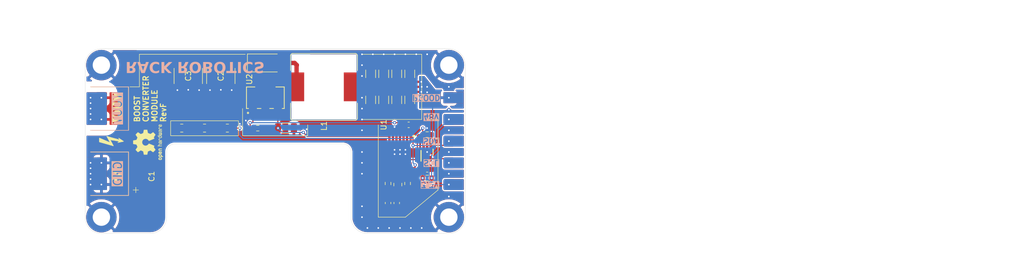
<source format=kicad_pcb>
(kicad_pcb (version 20241229) (generator "pcbnew") (generator_version "9.0")
  (title_block (title "Boost Converter Module") (date "2025-05-21") (rev "F") (company "Rack Robotics, Inc.") (comment 1 "For High-Voltage Phase") (comment 2 "64V-256V Adjustable over I2C") (comment 3 "25W Maximum Power Consumption") (comment 4 "48VDC & 3.3V Required"))
  (layers (0 "F.Cu" signal) (4 "In1.Cu" power) (6 "In2.Cu" power) (2 "B.Cu" signal) (13 "F.Paste" user) (15 "B.Paste" user) (5 "F.SilkS" user "F.Silkscreen") (7 "B.SilkS" user "B.Silkscreen") (1 "F.Mask" user) (3 "B.Mask" user) (25 "Edge.Cuts" user))
  (net 0 "")
  (net 1 "+48V")
  (net 2 "GND")
  (net 3 "+3.3V")
  (net 4 "Net-(U1-VCC)")
  (net 5 "Net-(U1-SS)")
  (net 6 "/V_FEEDBACK")
  (net 7 "/COUT_BOOST")
  (net 8 "/CURRENT_SENSE")
  (net 9 "Net-(C15-Pad1)")
  (net 10 "Net-(U3-H)")
  (net 11 "/COMPENSATION")
  (net 12 "/BOOST_PGOOD")
  (net 13 "Net-(U1-RT)")
  (net 14 "Net-(U3-SCL)")
  (net 15 "Net-(U3-SDA)")
  (net 17 "/BOOST_SWITCH_NET")
  (net 18 "/GATE_NET")
  (net 19 "Net-(R1-Pad2)")
  (net 20 "Net-(R2-Pad2)")
  (footprint "Symbol:OSHW-Logo2_7.3x6mm_SilkScreen" (layer "F.Cu") (at 48.6 54.2 90)
    (property "Reference" "REF**" (hide yes))
    (property "Value" "OSHW-Logo2_7.3x6mm_SilkScreen" (hide yes))
  )
  (footprint "Capacitor_SMD:C_0603_1608Metric" (layer "F.Cu") (at 94.4 65.4 -90)
    (property "Reference" "C16" (hide yes))
    (property "Value" "F")
    (pad "1" smd roundrect (at -0.775 0 270) (size 0.9 0.95) (layers "F.Cu" "F.Mask" "F.Paste") (net 11 "/COMPENSATION"))
    (pad "2" smd roundrect (at 0.775 0 270) (size 0.9 0.95) (layers "F.Cu" "F.Mask" "F.Paste") (net 2 "GND"))
  )
  (footprint "MountingHole:MountingHole_3.2mm_M3_DIN965_Pad_TopBottom" (layer "F.Cu") (at 104 40)
    (property "Reference" "H2" (hide yes))
    (property "Value" "M3_DIN")
    (pad "1" thru_hole circle (at 0 0) (size 3.6 3.6) (drill 3.2) (layers "*.Cu" "*.Mask") (net 2 "GND"))
    (pad "1" connect circle (at 0 0) (size 5.6 5.6) (layers "F.Cu" "F.Mask") (net 2 "GND"))
    (pad "1" connect circle (at 0 0) (size 5.6 5.6) (layers "B.Cu" "B.Mask") (net 2 "GND"))
  )
  (footprint "powercore-development:TestPoint_TestPoint_Pad_2.0x2.0mm_No_Silkscreen" (layer "F.Cu") (at 40 58)
    (property "Reference" "TP7" (hide yes))
    (property "Value" "GND")
    (pad "1" smd roundrect (at 0 0) (size 2 2) (layers "F.Cu" "F.Mask") (roundrect_rratio 0.125) (net 2 "GND"))
  )
  (footprint "Resistor_SMD:R_0805_2012Metric" (layer "F.Cu") (at 54.8 51.6)
    (property "Reference" "R1" (hide yes))
    (property "Value" "200K")
    (pad "1" smd roundrect (at -0.9125 0) (size 1.025 1.4) (layers "F.Cu" "F.Mask" "F.Paste") (roundrect_rratio 0.243902) (net 7 "/COUT_BOOST"))
    (pad "2" smd roundrect (at 0.9125 0) (size 1.025 1.4) (layers "F.Cu" "F.Mask" "F.Paste") (roundrect_rratio 0.243902) (net 19 "Net-(R1-Pad2)"))
  )
  (footprint "powercore-development:TestPoint_TestPoint_Pad_2.0x2.0mm_No_Silkscreen" (layer "F.Cu") (at 40 50)
    (property "Reference" "TP6" (hide yes))
    (property "Value" "VOUT")
    (pad "1" smd roundrect (at 0 0) (size 2 2) (layers "F.Cu" "F.Mask") (roundrect_rratio 0.125) (net 7 "/COUT_BOOST"))
  )
  (footprint "powercore-development:TestPoint_TestPoint_Pad_2.0x2.0mm_No_Silkscreen" (layer "F.Cu") (at 104 62)
    (property "Reference" "TP13" (hide yes))
    (property "Value" "3.3VIN")
    (pad "1" smd roundrect (at 0 0) (size 2 2) (layers "F.Cu" "F.Mask") (roundrect_rratio 0.125) (net 3 "+3.3V"))
  )
  (footprint "Resistor_SMD:R_1206_3216Metric" (layer "F.Cu") (at 74 51.6)
    (property "Reference" "R7" (hide yes))
    (property "Value" "90mR")
    (pad "1" smd roundrect (at -1.4625 0) (size 1.125 1.75) (layers "F.Cu" "F.Mask" "F.Paste") (roundrect_rratio 0.222222) (net 8 "/CURRENT_SENSE"))
    (pad "2" smd roundrect (at 1.4625 0) (size 1.125 1.75) (layers "F.Cu" "F.Mask" "F.Paste") (roundrect_rratio 0.222222) (net 2 "GND"))
  )
  (footprint "Resistor_SMD:R_0603_1608Metric" (layer "F.Cu") (at 68.8 51.6)
    (property "Reference" "R4" (hide yes))
    (property "Value" "100K")
    (pad "1" smd roundrect (at -0.825 0) (size 0.8 0.95) (layers "F.Cu" "F.Mask" "F.Paste") (net 18 "/GATE_NET"))
    (pad "2" smd roundrect (at 0.825 0) (size 0.8 0.95) (layers "F.Cu" "F.Mask" "F.Paste") (net 8 "/CURRENT_SENSE"))
  )
  (footprint "Capacitor_SMD:C_0805_2012Metric" (layer "F.Cu") (at 94.6 62 -90)
    (property "Reference" "C14" (hide yes))
    (property "Value" "33 uF")
    (pad "1" smd roundrect (at -0.95 0 270) (size 1 1.45) (layers "F.Cu" "F.Mask" "F.Paste") (net 5 "Net-(U1-SS)"))
    (pad "2" smd roundrect (at 0.95 0 270) (size 1 1.45) (layers "F.Cu" "F.Mask" "F.Paste") (net 2 "GND"))
  )
  (footprint "Resistor_SMD:R_0603_1608Metric" (layer "F.Cu") (at 96.4 61.8 -90)
    (property "Reference" "R9" (hide yes))
    (property "Value" "49.3")
    (pad "1" smd roundrect (at -0.825 0 270) (size 0.8 0.95) (layers "F.Cu" "F.Mask" "F.Paste") (net 13 "Net-(U1-RT)"))
    (pad "2" smd roundrect (at 0.825 0 270) (size 0.8 0.95) (layers "F.Cu" "F.Mask" "F.Paste") (net 2 "GND"))
  )
  (footprint "powercore-development:SRR1210-681M" (layer "F.Cu") (at 81 44 180)
    (property "Reference" "L1" (at 0 -7.2 270) (layer "F.SilkS"))
    (property "Value" "680 uH")
    (pad "1" smd rect (at -5.05 0 180) (size 2.8 5.3) (layers "F.Cu" "F.Mask" "F.Paste") (net 1 "+48V"))
    (pad "2" smd rect (at 5.05 0 180) (size 2.8 5.3) (layers "F.Cu" "F.Mask" "F.Paste") (net 17 "/BOOST_SWITCH_NET"))
  )
  (footprint "Capacitor_SMD:C_1206_3216Metric" (layer "F.Cu") (at 89.6 41.6 90)
    (property "Reference" "C7" (hide yes))
    (property "Value" "10 uF")
    (pad "1" smd roundrect (at -1.475 0 90) (size 1.15 1.8) (layers "F.Cu" "F.Mask" "F.Paste") (roundrect_rratio 0.217391) (net 1 "+48V"))
    (pad "2" smd roundrect (at 1.475 0 90) (size 1.15 1.8) (layers "F.Cu" "F.Mask" "F.Paste") (roundrect_rratio 0.217391) (net 2 "GND"))
  )
  (footprint "powercore-development:TestPoint_TestPoint_Pad_2.0x2.0mm_No_Silkscreen" (layer "F.Cu") (at 104 54)
    (property "Reference" "TP18" (hide yes))
    (property "Value" "I2C_SDA")
    (pad "1" smd roundrect (at 0 0) (size 2 2) (layers "F.Cu" "F.Mask") (roundrect_rratio 0.125) (net 15 "Net-(U3-SDA)"))
  )
  (footprint "Resistor_SMD:R_0805_2012Metric" (layer "F.Cu") (at 63.2 51.6)
    (property "Reference" "R5" (hide yes))
    (property "Value" "200K")
    (pad "1" smd roundrect (at -0.9125 0) (size 1.025 1.4) (layers "F.Cu" "F.Mask" "F.Paste") (roundrect_rratio 0.243902) (net 20 "Net-(R2-Pad2)"))
    (pad "2" smd roundrect (at 0.9125 0) (size 1.025 1.4) (layers "F.Cu" "F.Mask" "F.Paste") (roundrect_rratio 0.243902) (net 6 "/V_FEEDBACK"))
  )
  (footprint "Capacitor_SMD:C_1206_3216Metric" (layer "F.Cu") (at 94.4 41.6 90)
    (property "Reference" "C5" (hide yes))
    (property "Value" "10 uF")
    (pad "1" smd roundrect (at -1.475 0 90) (size 1.15 1.8) (layers "F.Cu" "F.Mask" "F.Paste") (roundrect_rratio 0.217391) (net 1 "+48V"))
    (pad "2" smd roundrect (at 1.475 0 90) (size 1.15 1.8) (layers "F.Cu" "F.Mask" "F.Paste") (roundrect_rratio 0.217391) (net 2 "GND"))
  )
  (footprint "powercore-development:TestPoint_TestPoint_Pad_2.0x2.0mm_No_Silkscreen" (layer "F.Cu") (at 40 62)
    (property "Reference" "TP10" (hide yes))
    (property "Value" "GND")
    (pad "1" smd roundrect (at 0 0) (size 2 2) (layers "F.Cu" "F.Mask") (roundrect_rratio 0.125) (net 2 "GND"))
  )
  (footprint "Capacitor_SMD:C_1206_3216Metric" (layer "F.Cu") (at 96.8 41.6 90)
    (property "Reference" "C8" (hide yes))
    (property "Value" "10 uF")
    (pad "1" smd roundrect (at -1.475 0 90) (size 1.15 1.8) (layers "F.Cu" "F.Mask" "F.Paste") (roundrect_rratio 0.217391) (net 1 "+48V"))
    (pad "2" smd roundrect (at 1.475 0 90) (size 1.15 1.8) (layers "F.Cu" "F.Mask" "F.Paste") (roundrect_rratio 0.217391) (net 2 "GND"))
  )
  (footprint "Resistor_SMD:R_0603_1608Metric" (layer "F.Cu") (at 100 52.8 180)
    (property "Reference" "R6" (hide yes))
    (property "Value" "2.2K")
    (pad "1" smd roundrect (at -0.825 0 180) (size 0.8 0.95) (layers "F.Cu" "F.Mask" "F.Paste") (net 10 "Net-(U3-H)"))
    (pad "2" smd roundrect (at 0.825 0 180) (size 0.8 0.95) (layers "F.Cu" "F.Mask" "F.Paste") (net 6 "/V_FEEDBACK"))
  )
  (footprint "Resistor_SMD:R_0603_1608Metric" (layer "F.Cu") (at 92.8 61.8 -90)
    (property "Reference" "R8" (hide yes))
    (property "Value" "15K")
    (pad "1" smd roundrect (at -0.825 0 270) (size 0.8 0.95) (layers "F.Cu" "F.Mask" "F.Paste") (net 11 "/COMPENSATION"))
    (pad "2" smd roundrect (at 0.825 0 270) (size 0.8 0.95) (layers "F.Cu" "F.Mask" "F.Paste") (net 9 "Net-(C15-Pad1)"))
  )
  (footprint "Capacitor_SMD:C_1206_3216Metric" (layer "F.Cu") (at 96.8 46.4 -90)
    (property "Reference" "C4" (hide yes))
    (property "Value" "10 uF")
    (pad "1" smd roundrect (at -1.475 0 270) (size 1.15 1.8) (layers "F.Cu" "F.Mask" "F.Paste") (roundrect_rratio 0.217391) (net 1 "+48V"))
    (pad "2" smd roundrect (at 1.475 0 270) (size 1.15 1.8) (layers "F.Cu" "F.Mask" "F.Paste") (roundrect_rratio 0.217391) (net 2 "GND"))
  )
  (footprint "powercore-development:TPL0401B-10DCKR" (layer "F.Cu") (at 100 56 90)
    (property "Reference" "U3" (hide yes))
    (property "Value" "TPL0401B-10DCKR")
    (pad "1" smd rect (at -1.224999 -0.650001 180) (size 0.449999 1.05) (layers "F.Cu" "F.Mask" "F.Paste") (net 3 "+3.3V"))
    (pad "2" smd rect (at -1.224999 0 180) (size 0.449999 1.05) (layers "F.Cu" "F.Mask" "F.Paste") (net 2 "GND"))
    (pad "3" smd rect (at -1.224999 0.649999 180) (size 0.449999 1.05) (layers "F.Cu" "F.Mask" "F.Paste") (net 14 "Net-(U3-SCL)"))
    (pad "4" smd rect (at 1.225001 0.649999 180) (size 0.449999 1.05) (layers "F.Cu" "F.Mask" "F.Paste") (net 15 "Net-(U3-SDA)"))
    (pad "5" smd rect (at 1.225001 0 180) (size 0.449999 1.05) (layers "F.Cu" "F.Mask" "F.Paste") (net 2 "GND"))
    (pad "6" smd rect (at 1.225001 -0.650001 180) (size 0.449999 1.05) (layers "F.Cu" "F.Mask" "F.Paste") (net 10 "Net-(U3-H)"))
  )
  (footprint "Capacitor_SMD:C_2220_5750Metric" (layer "F.Cu") (at 62 42 -90)
    (property "Reference" "C2" (at 0 0 270) (layer "F.SilkS"))
    (property "Value" "2.2 uF")
    (pad "1" smd roundrect (at -2.55 0 270) (size 1.8 5.4) (layers "F.Cu" "F.Mask" "F.Paste") (roundrect_rratio 0.138889) (net 7 "/COUT_BOOST"))
    (pad "2" smd roundrect (at 2.55 0 270) (size 1.8 5.4) (layers "F.Cu" "F.Mask" "F.Paste") (roundrect_rratio 0.138889) (net 2 "GND"))
  )
  (footprint "Capacitor_SMD:C_0603_1608Metric" (layer "F.Cu") (at 96.6 51)
    (property "Reference" "C12" (hide yes))
    (property "Value" "1 uF")
    (pad "1" smd roundrect (at -0.775 0) (size 0.9 0.95) (layers "F.Cu" "F.Mask" "F.Paste") (net 4 "Net-(U1-VCC)"))
    (pad "2" smd roundrect (at 0.775 0) (size 0.9 0.95) (layers "F.Cu" "F.Mask" "F.Paste") (net 2 "GND"))
  )
  (footprint "powercore-development:TestPoint_TestPoint_Pad_2.0x2.0mm_No_Silkscreen" (layer "F.Cu") (at 104 58)
    (property "Reference" "TP15" (hide yes))
    (property "Value" "I2C_SCL")
    (pad "1" smd roundrect (at 0 0) (size 2 2) (layers "F.Cu" "F.Mask") (roundrect_rratio 0.125) (net 14 "Net-(U3-SCL)"))
  )
  (footprint "powercore-development:lm5156h" (layer "F.Cu") (at 95 56 -90)
    (property "Reference" "U1" (at -5 3 90) (layer "F.SilkS"))
    (property "Value" "LM5156HPWPR")
    (pad "1" smd rect (at -2.875384 -1.950001 270) (size 1.955432 0.420766) (layers "F.Cu" "F.Mask" "F.Paste") (net 1 "+48V"))
    (pad "2" smd rect (at -2.875384 -1.3 270) (size 1.955432 0.420766) (layers "F.Cu" "F.Mask" "F.Paste"))
    (pad "3" smd rect (at -2.875384 -0.650001 270) (size 1.955432 0.420766) (layers "F.Cu" "F.Mask" "F.Paste") (net 4 "Net-(U1-VCC)"))
    (pad "4" smd rect (at -2.875384 0 270) (size 1.955432 0.420766) (layers "F.Cu" "F.Mask" "F.Paste") (net 18 "/GATE_NET"))
    (pad "5" smd rect (at -2.875384 0.650001 270) (size 1.955432 0.420766) (layers "F.Cu" "F.Mask" "F.Paste") (net 2 "GND"))
    (pad "6" smd rect (at -2.875384 1.3 270) (size 1.955432 0.420766) (layers "F.Cu" "F.Mask" "F.Paste") (net 2 "GND"))
    (pad "7" smd rect (at -2.875384 1.950001 270) (size 1.955432 0.420766) (layers "F.Cu" "F.Mask" "F.Paste") (net 8 "/CURRENT_SENSE"))
    (pad "8" smd rect (at 2.875384 1.950001 270) (size 1.955432 0.420766) (layers "F.Cu" "F.Mask" "F.Paste") (net 11 "/COMPENSATION"))
    (pad "9" smd rect (at 2.875384 1.3 270) (size 1.955432 0.420766) (layers "F.Cu" "F.Mask" "F.Paste") (net 2 "GND"))
    (pad "10" smd rect (at 2.875384 0.650001 270) (size 1.955432 0.420766) (layers "F.Cu" "F.Mask" "F.Paste") (net 6 "/V_FEEDBACK"))
    (pad "11" smd rect (at 2.875384 0 270) (size 1.955432 0.420766) (layers "F.Cu" "F.Mask" "F.Paste") (net 5 "Net-(U1-SS)"))
    (pad "12" smd rect (at 2.875384 -0.650001 270) (size 1.955432 0.420766) (layers "F.Cu" "F.Mask" "F.Paste") (net 13 "Net-(U1-RT)"))
    (pad "13" smd rect (at 2.875384 -1.3 270) (size 1.955432 0.420766) (layers "F.Cu" "F.Mask" "F.Paste") (net 12 "/BOOST_PGOOD"))
    (pad "14" smd rect (at 2.875384 -1.950001 270) (size 1.955432 0.420766) (layers "F.Cu" "F.Mask" "F.Paste") (net 1 "+48V"))
    (pad "15" smd rect (at 0 0 270) (size 1.819999 2.859999) (layers "F.Cu" "F.Mask") (net 2 "GND"))
  )
  (footprint "Capacitor_SMD:C_0603_1608Metric" (layer "F.Cu") (at 92.8 65.4 -90)
    (property "Reference" "C15" (hide yes))
    (property "Value" "39nF")
    (pad "1" smd roundrect (at -0.775 0 270) (size 0.9 0.95) (layers "F.Cu" "F.Mask" "F.Paste") (net 9 "Net-(C15-Pad1)"))
    (pad "2" smd roundrect (at 0.775 0 270) (size 0.9 0.95) (layers "F.Cu" "F.Mask" "F.Paste") (net 2 "GND"))
  )
  (footprint "powercore-development:STN3N40K3" (layer "F.Cu") (at 70.2 46)
    (property "Reference" "U2" (at -2.95 -3.4 90) (layer "F.SilkS"))
    (property "Value" "STN3N40K3")
    (pad "1" smd rect (at -2.3 2.7432) (size 0.9398 2.5146) (layers "F.Cu" "F.Mask" "F.Paste") (net 18 "/GATE_NET"))
    (pad "2" smd rect (at 0 2.7432) (size 0.9398 2.5146) (layers "F.Cu" "F.Mask" "F.Paste") (net 17 "/BOOST_SWITCH_NET"))
    (pad "3" smd rect (at 2.3 2.7432) (size 0.9398 2.5146) (layers "F.Cu" "F.Mask" "F.Paste") (net 8 "/CURRENT_SENSE"))
    (pad "4" smd rect (at 0 -2.7432) (size 3.2004 2.5146) (layers "F.Cu" "F.Mask" "F.Paste") (net 17 "/BOOST_SWITCH_NET"))
  )
  (footprint "Capacitor_SMD:C_1206_3216Metric" (layer "F.Cu") (at 92 46.4 -90)
    (property "Reference" "C10" (hide yes))
    (property "Value" "10 uF")
    (pad "1" smd roundrect (at -1.475 0 270) (size 1.15 1.8) (layers "F.Cu" "F.Mask" "F.Paste") (roundrect_rratio 0.217391) (net 1 "+48V"))
    (pad "2" smd roundrect (at 1.475 0 270) (size 1.15 1.8) (layers "F.Cu" "F.Mask" "F.Paste") (roundrect_rratio 0.217391) (net 2 "GND"))
  )
  (footprint "Capacitor_SMD:C_2220_5750Metric" (layer "F.Cu") (at 56 42 -90)
    (property "Reference" "C3" (at 0 0 270) (layer "F.SilkS"))
    (property "Value" "2.2 uF")
    (pad "1" smd roundrect (at -2.55 0 270) (size 1.8 5.4) (layers "F.Cu" "F.Mask" "F.Paste") (roundrect_rratio 0.138889) (net 7 "/COUT_BOOST"))
    (pad "2" smd roundrect (at 2.55 0 270) (size 1.8 5.4) (layers "F.Cu" "F.Mask" "F.Paste") (roundrect_rratio 0.138889) (net 2 "GND"))
  )
  (footprint "Resistor_SMD:R_0805_2012Metric" (layer "F.Cu") (at 59 51.6)
    (property "Reference" "R2" (hide yes))
    (property "Value" "200K")
    (pad "1" smd roundrect (at -0.9125 0) (size 1.025 1.4) (layers "F.Cu" "F.Mask" "F.Paste") (roundrect_rratio 0.243902) (net 19 "Net-(R1-Pad2)"))
    (pad "2" smd roundrect (at 0.9125 0) (size 1.025 1.4) (layers "F.Cu" "F.Mask" "F.Paste") (roundrect_rratio 0.243902) (net 20 "Net-(R2-Pad2)"))
  )
  (footprint "MountingHole:MountingHole_3.2mm_M3_DIN965_Pad_TopBottom" (layer "F.Cu") (at 40 40)
    (property "Reference" "H4" (hide yes))
    (property "Value" "M3_DIN")
    (pad "1" thru_hole circle (at 0 0) (size 3.6 3.6) (drill 3.2) (layers "*.Cu" "*.Mask") (net 2 "GND"))
    (pad "1" connect circle (at 0 0) (size 5.6 5.6) (layers "F.Cu" "F.Mask") (net 2 "GND"))
    (pad "1" connect circle (at 0 0) (size 5.6 5.6) (layers "B.Cu" "B.Mask") (net 2 "GND"))
  )
  (footprint "Capacitor_SMD:C_1206_3216Metric" (layer "F.Cu") (at 94.4 46.4 -90)
    (property "Reference" "C11" (hide yes))
    (property "Value" "10 uF")
    (pad "1" smd roundrect (at -1.475 0 270) (size 1.15 1.8) (layers "F.Cu" "F.Mask" "F.Paste") (roundrect_rratio 0.217391) (net 1 "+48V"))
    (pad "2" smd roundrect (at 1.475 0 270) (size 1.15 1.8) (layers "F.Cu" "F.Mask" "F.Paste") (roundrect_rratio 0.217391) (net 2 "GND"))
  )
  (footprint "powercore-development:TestPoint_TestPoint_Pad_2.0x2.0mm_No_Silkscreen" (layer "F.Cu") (at 104 46)
    (property "Reference" "TP1" (hide yes))
    (property "Value" "48V")
    (pad "1" smd roundrect (at 0 0) (size 2 2) (layers "F.Cu" "F.Mask") (roundrect_rratio 0.125) (net 1 "+48V"))
  )
  (footprint "MountingHole:MountingHole_3.2mm_M3_DIN965_Pad_TopBottom" (layer "F.Cu") (at 104 68)
    (property "Reference" "H3" (hide yes))
    (property "Value" "M3_DIN")
    (pad "1" thru_hole circle (at 0 0) (size 3.6 3.6) (drill 3.2) (layers "*.Cu" "*.Mask") (net 2 "GND"))
    (pad "1" connect circle (at 0 0) (size 5.6 5.6) (layers "F.Cu" "F.Mask") (net 2 "GND"))
    (pad "1" connect circle (at 0 0) (size 5.6 5.6) (layers "B.Cu" "B.Mask") (net 2 "GND"))
  )
  (footprint "Capacitor_SMD:C_1206_3216Metric" (layer "F.Cu") (at 92 41.6 90)
    (property "Reference" "C6" (hide yes))
    (property "Value" "10 uF")
    (pad "1" smd roundrect (at -1.475 0 90) (size 1.15 1.8) (layers "F.Cu" "F.Mask" "F.Paste") (roundrect_rratio 0.217391) (net 1 "+48V"))
    (pad "2" smd roundrect (at 1.475 0 90) (size 1.15 1.8) (layers "F.Cu" "F.Mask" "F.Paste") (roundrect_rratio 0.217391) (net 2 "GND"))
  )
  (footprint "powercore-development:TestPoint_TestPoint_Pad_2.0x2.0mm_No_Silkscreen" (layer "F.Cu") (at 40 46)
    (property "Reference" "TP2" (hide yes))
    (property "Value" "VOUT")
    (pad "1" smd roundrect (at 0 0) (size 2 2) (layers "F.Cu" "F.Mask") (roundrect_rratio 0.125) (net 7 "/COUT_BOOST"))
  )
  (footprint "Capacitor_SMD:C_0603_1608Metric" (layer "F.Cu") (at 100 59.2)
    (property "Reference" "C13" (hide yes))
    (property "Value" "1 uF")
    (pad "1" smd roundrect (at -0.775 0) (size 0.9 0.95) (layers "F.Cu" "F.Mask" "F.Paste") (net 3 "+3.3V"))
    (pad "2" smd roundrect (at 0.775 0) (size 0.9 0.95) (layers "F.Cu" "F.Mask" "F.Paste") (net 2 "GND"))
  )
  (footprint "powercore-development:TestPoint_TestPoint_Pad_2.0x2.0mm_No_Silkscreen" (layer "F.Cu") (at 104 50)
    (property "Reference" "TP11" (hide yes))
    (property "Value" "BOOST_PGOOD")
    (pad "1" smd roundrect (at 0 0) (size 2 2) (layers "F.Cu" "F.Mask") (roundrect_rratio 0.125) (net 12 "/BOOST_PGOOD"))
  )
  (footprint "Resistor_SMD:R_0603_1608Metric" (layer "F.Cu") (at 100 60.8)
    (property "Reference" "R3" (hide yes))
    (property "Value" "2.2K")
    (pad "1" smd roundrect (at -0.825 0) (size 0.8 0.95) (layers "F.Cu" "F.Mask" "F.Paste") (net 3 "+3.3V"))
    (pad "2" smd roundrect (at 0.825 0) (size 0.8 0.95) (layers "F.Cu" "F.Mask" "F.Paste") (net 12 "/BOOST_PGOOD"))
  )
  (footprint "powercore-development:226TTA350M" (layer "F.Cu") (at 49.34 63)
    (property "Reference" "C1" (at -0.09 -2.5 90) (layer "F.SilkS"))
    (property "Value" "22UF")
    (pad "1" smd rect (at 0 0) (size 4 2) (layers "F.Cu" "F.Mask" "F.Paste") (net 7 "/COUT_BOOST"))
    (pad "2" smd rect (at 39 0) (size 4 2) (layers "F.Cu" "F.Mask" "F.Paste") (net 2 "GND"))
  )
  (footprint "MountingHole:MountingHole_3.2mm_M3_DIN965_Pad_TopBottom" (layer "F.Cu") (at 40 68)
    (property "Reference" "H1" (hide yes))
    (property "Value" "M3_DIN")
    (pad "1" thru_hole circle (at 0 0) (size 3.6 3.6) (drill 3.2) (layers "*.Cu" "*.Mask") (net 2 "GND"))
    (pad "1" connect circle (at 0 0) (size 5.6 5.6) (layers "F.Cu" "F.Mask") (net 2 "GND"))
    (pad "1" connect circle (at 0 0) (size 5.6 5.6) (layers "B.Cu" "B.Mask") (net 2 "GND"))
  )
  (footprint "powercore-development:Symbol_HighVoltage_NoTriangle_2x5mm_Front_Silkscreen" (layer "F.Cu") (at 42 53.75 90)
    (property "Reference" "REF**" (hide yes))
    (property "Value" "Symbol_HighVoltage_NoTriangle_2x5mm_Front_Silkscreen" (hide yes))
  )
  (footprint "Diode_SMD:D_SMA" (layer "F.Cu") (at 70.4 39.6)
    (property "Reference" "D1" (hide yes))
    (property "Value" "US1M-13-F")
    (pad "1" smd roundrect (at -2 0) (size 2.5 1.8) (layers "F.Cu" "F.Mask" "F.Paste") (roundrect_rratio 0.1388888889) (net 7 "/COUT_BOOST"))
    (pad "2" smd roundrect (at 2 0) (size 2.5 1.8) (layers "F.Cu" "F.Mask" "F.Paste") (roundrect_rratio 0.1388888889) (net 17 "/BOOST_SWITCH_NET"))
  )
  (footprint "Capacitor_SMD:C_1206_3216Metric" (layer "F.Cu") (at 89.6 46.4 -90)
    (property "Reference" "C9" (hide yes))
    (property "Value" "10 uF")
    (pad "1" smd roundrect (at -1.475 0 270) (size 1.15 1.8) (layers "F.Cu" "F.Mask" "F.Paste") (roundrect_rratio 0.217391) (net 1 "+48V"))
    (pad "2" smd roundrect (at 1.475 0 270) (size 1.15 1.8) (layers "F.Cu" "F.Mask" "F.Paste") (roundrect_rratio 0.217391) (net 2 "GND"))
  )
  (footprint "powercore-development:TestPoint_TestPoint_Pad_2.0x2.0mm_No_Silkscreen" (layer "B.Cu") (at 104 50 180)
    (property "Reference" "TP12" (hide yes))
    (property "Value" "BOOST_PGOOD")
    (pad "1" smd roundrect (at 0 0 180) (size 2 2) (layers "B.Cu" "B.Mask") (roundrect_rratio 0.125) (net 12 "/BOOST_PGOOD"))
  )
  (footprint "powercore-development:TestPoint_TestPoint_Pad_2.0x2.0mm_No_Silkscreen" (layer "B.Cu") (at 104 58 180)
    (property "Reference" "TP16" (hide yes))
    (property "Value" "I2C_SCL")
    (pad "1" smd roundrect (at 0 0 180) (size 2 2) (layers "B.Cu" "B.Mask") (roundrect_rratio 0.125) (net 14 "Net-(U3-SCL)"))
  )
  (footprint "powercore-development:TestPoint_TestPoint_Pad_2.0x2.0mm_No_Silkscreen" (layer "B.Cu") (at 104 54)
    (property "Reference" "TP17" (hide yes))
    (property "Value" "I2C_SDA")
    (pad "1" smd roundrect (at 0 0) (size 2 2) (layers "B.Cu" "B.Mask") (roundrect_rratio 0.125) (net 15 "Net-(U3-SDA)"))
  )
  (footprint "powercore-development:TestPoint_TestPoint_Pad_2.0x2.0mm_No_Silkscreen" (layer "B.Cu") (at 40 62)
    (property "Reference" "TP9" (hide yes))
    (property "Value" "GND")
    (pad "1" smd roundrect (at 0 0) (size 2 2) (layers "B.Cu" "B.Mask") (roundrect_rratio 0.125) (net 2 "GND"))
  )
  (footprint "powercore-development:TestPoint_TestPoint_Pad_2.0x2.0mm_No_Silkscreen" (layer "B.Cu") (at 40 46 180)
    (property "Reference" "TP4" (hide yes))
    (property "Value" "VOUT")
    (pad "1" smd roundrect (at 0 0 180) (size 2 2) (layers "B.Cu" "B.Mask") (roundrect_rratio 0.125) (net 7 "/COUT_BOOST"))
  )
  (footprint "powercore-development:TestPoint_TestPoint_Pad_2.0x2.0mm_No_Silkscreen" (layer "B.Cu") (at 104 62 180)
    (property "Reference" "TP14" (hide yes))
    (property "Value" "3.3VIN")
    (pad "1" smd roundrect (at 0 0 180) (size 2 2) (layers "B.Cu" "B.Mask") (roundrect_rratio 0.125) (net 3 "+3.3V"))
  )
  (footprint "powercore-development:TestPoint_TestPoint_Pad_2.0x2.0mm_No_Silkscreen" (layer "B.Cu") (at 40 58 180)
    (property "Reference" "TP8" (hide yes))
    (property "Value" "GND")
    (pad "1" smd roundrect (at 0 0 180) (size 2 2) (layers "B.Cu" "B.Mask") (roundrect_rratio 0.125) (net 2 "GND"))
  )
  (footprint "powercore-development:TestPoint_TestPoint_Pad_2.0x2.0mm_No_Silkscreen" (layer "B.Cu") (at 104 46 180)
    (property "Reference" "TP3" (hide yes))
    (property "Value" "48V")
    (pad "1" smd roundrect (at 0 0 180) (size 2 2) (layers "B.Cu" "B.Mask") (roundrect_rratio 0.125) (net 1 "+48V"))
  )
  (footprint "powercore-development:TestPoint_TestPoint_Pad_2.0x2.0mm_No_Silkscreen" (layer "B.Cu") (at 40 50)
    (property "Reference" "TP5" (hide yes))
    (property "Value" "VOUT")
    (pad "1" smd roundrect (at 0 0) (size 2 2) (layers "B.Cu" "B.Mask") (roundrect_rratio 0.125) (net 7 "/COUT_BOOST"))
  )
  (gr_line (start 95.2 67.2) (end 95 67.4) (stroke (width 0.2)) (layer "F.Cu") (net 11))
  (gr_line (start 45 56) (end 45 64) (stroke (width 0.1)) (layer "F.SilkS"))
  (gr_line (start 99 38) (end 88 38) (stroke (width 0.1)) (layer "F.SilkS"))
  (gr_line (start 38 56) (end 45 56) (stroke (width 0.1)) (layer "F.SilkS"))
  (gr_line (start 102 50) (end 102 63) (stroke (width 0.1)) (layer "F.SilkS"))
  (gr_line (start 47 38) (end 66.5 38) (stroke (width 0.1)) (layer "F.SilkS"))
  (gr_line (start 45 64) (end 38 64) (stroke (width 0.1)) (layer "F.SilkS"))
  (gr_line (start 78 53) (end 78 51) (stroke (width 0.1)) (layer "F.SilkS"))
  (gr_line (start 38 44) (end 45 44) (stroke (width 0.1)) (layer "F.SilkS"))
  (gr_line (start 100 50) (end 102 50) (stroke (width 0.1)) (layer "F.SilkS"))
  (gr_line (start 102 63) (end 96 68) (stroke (width 0.1)) (layer "F.SilkS"))
  (gr_line (start 45.25 44) (end 47 44) (stroke (width 0.1)) (layer "F.SilkS"))
  (gr_line (start 99 50) (end 99 38) (stroke (width 0.1)) (layer "F.SilkS"))
  (gr_line (start 66 53) (end 78 53) (stroke (width 0.1)) (layer "F.SilkS"))
  (gr_line (start 45 44) (end 45 52) (stroke (width 0.1)) (layer "F.SilkS"))
  (gr_line (start 88 50) (end 99 50) (stroke (width 0.1)) (layer "F.SilkS"))
  (gr_line (start 66 53) (end 66 48) (stroke (width 0.1)) (layer "F.SilkS"))
  (gr_line (start 96 68) (end 91 68) (stroke (width 0.1)) (layer "F.SilkS"))
  (gr_line (start 91 68) (end 91 51) (stroke (width 0.1)) (layer "F.SilkS"))
  (gr_line (start 45 52) (end 38 52) (stroke (width 0.1)) (layer "F.SilkS"))
  (gr_line (start 47 44) (end 47 38) (stroke (width 0.1)) (layer "F.SilkS"))
  (gr_rect (start 52.75 50.25) (end 65.25 53) (stroke (width 0.1)) (fill no) (layer "F.SilkS"))
  (gr_line (start 38 56) (end 45 56) (stroke (width 0.1)) (layer "B.SilkS"))
  (gr_line (start 45 56) (end 45 64) (stroke (width 0.1)) (layer "B.SilkS"))
  (gr_line (start 38 44) (end 45 44) (stroke (width 0.1)) (layer "B.SilkS"))
  (gr_line (start 45 64) (end 38 64) (stroke (width 0.1)) (layer "B.SilkS"))
  (gr_line (start 45 52) (end 38 52) (stroke (width 0.1)) (layer "B.SilkS"))
  (gr_line (start 45 44) (end 45 52) (stroke (width 0.1)) (layer "B.SilkS"))
  (gr_line (start 37 40) (end 37 68) (stroke (width 0.05)) (layer "Edge.Cuts"))
  (gr_arc (start 88.999999 71.000001) (mid 86.878679 70.121321) (end 85.999999 68.000001) (stroke (width 0.05)) (layer "Edge.Cuts"))
  (gr_line (start 51.999999 56.000001) (end 52 68.000002) (stroke (width 0.05)) (layer "Edge.Cuts"))
  (gr_line (start 40 71) (end 49 71.000002) (stroke (width 0.05)) (layer "Edge.Cuts"))
  (gr_arc (start 40 71) (mid 37.87868 70.12132) (end 37 68) (stroke (width 0.05)) (layer "Edge.Cuts"))
  (gr_arc (start 84.5 54.499999) (mid 85.560661 54.939339) (end 86.000001 56) (stroke (width 0.05)) (layer "Edge.Cuts"))
  (gr_line (start 104 37) (end 40 37) (stroke (width 0.05)) (layer "Edge.Cuts"))
  (gr_line (start 107 40) (end 107 68) (stroke (width 0.05)) (layer "Edge.Cuts"))
  (gr_line (start 84.5 54.499999) (end 53.5 54.5) (stroke (width 0.05)) (layer "Edge.Cuts"))
  (gr_line (start 85.999999 68.000001) (end 86 56) (stroke (width 0.05)) (layer "Edge.Cuts"))
  (gr_arc (start 107 68) (mid 106.12132 70.12132) (end 104 71) (stroke (width 0.05)) (layer "Edge.Cuts"))
  (gr_arc (start 104 37) (mid 106.12132 37.87868) (end 107 40) (stroke (width 0.05)) (layer "Edge.Cuts"))
  (gr_arc (start 37 40) (mid 37.87868 37.87868) (end 40 37) (stroke (width 0.05)) (layer "Edge.Cuts"))
  (gr_line (start 104 71) (end 89 71.000001) (stroke (width 0.05)) (layer "Edge.Cuts"))
  (gr_arc (start 52 56.000001) (mid 52.439339 54.93934) (end 53.5 54.5) (stroke (width 0.05)) (layer "Edge.Cuts"))
  (gr_arc (start 52.000001 68.000002) (mid 51.121321 70.121321) (end 49.000001 71.000002) (stroke (width 0.05)) (layer "Edge.Cuts"))
  (gr_text "VOUT" (at 43 48 90) (layer "F.SilkS" knockout) (effects (font (size 1.5 1.5) (thickness 0.25) (bold yes))))
  (gr_text "GND" (at 43 60 90) (layer "F.SilkS" knockout) (effects (font (size 1.5 1.5) (thickness 0.25) (bold yes))))
  (gr_text "BOOST\nCONVERTER\nMODULE\nRevF" (at 46 50.6 90) (layer "F.SilkS") (effects (font (size 1 1) (thickness 0.2) (bold yes)) (justify left top)))
  (gr_text "RACK ROBOTICS" (at 57.25 40.25 180) (layer "B.SilkS") (effects (font (size 2 2) (thickness 0.4) (bold yes)) (justify mirror)))
  (gr_text "VOUT" (at 43 48 90) (layer "B.SilkS" knockout) (effects (font (size 1.5 1.5) (thickness 0.25) (bold yes)) (justify mirror)))
  (gr_text "48V" (at 102.25 49.5 180) (layer "B.SilkS" knockout) (effects (font (size 1 1) (thickness 0.2) (bold yes)) (justify right mirror)))
  (gr_text "GND" (at 43 60 90) (layer "B.SilkS" knockout) (effects (font (size 1.5 1.5) (thickness 0.25) (bold yes)) (justify mirror)))
  (gr_text "3.3V" (at 102.25 62 180) (layer "B.SilkS" knockout) (effects (font (size 1 1) (thickness 0.2) (bold yes)) (justify right mirror)))
  (gr_text "SDA" (at 102.25 54 180) (layer "B.SilkS" knockout) (effects (font (size 1 1) (thickness 0.2) (bold yes)) (justify right mirror)))
  (gr_text "PGOOD" (at 102.5 46 180) (layer "B.SilkS" knockout) (effects (font (size 1 1) (thickness 0.2) (bold yes)) (justify right mirror)))
  (gr_text "SCL" (at 102.25 58 180) (layer "B.SilkS" knockout) (effects (font (size 1 1) (thickness 0.2) (bold yes)) (justify right mirror)))
  (segment (start 96.8 43.075) (end 86.975 43.075) (width 0.4) (layer "F.Cu") (net 1))
  (segment (start 96.8 44) (end 96.8 43.075) (width 0.4) (layer "F.Cu") (net 1))
  (segment (start 92 44.925) (end 92 43.075) (width 0.4) (layer "F.Cu") (net 1))
  (segment (start 86.975 43.075) (end 86.05 44) (width 0.4) (layer "F.Cu") (net 1))
  (segment (start 97.724616 58.875384) (end 96.950001 58.875384) (width 0.2) (layer "F.Cu") (net 1))
  (segment (start 89.6 44.925) (end 89.6 43.075) (width 0.4) (layer "F.Cu") (net 1))
  (segment (start 96.8 44.925) (end 86.975 44.925) (width 0.4) (layer "F.Cu") (net 1))
  (segment (start 97.324616 53.275384) (end 96.950001 53.275384) (width 0.2) (layer "F.Cu") (net 1))
  (segment (start 97.8 58.8) (end 97.724616 58.875384) (width 0.2) (layer "F.Cu") (net 1))
  (segment (start 96.8 44.925) (end 98.925 44.925) (width 0.4) (layer "F.Cu") (net 1))
  (segment (start 97.4 54.8) (end 97.4 53.350768) (width 0.2) (layer "F.Cu") (net 1))
  (segment (start 96.8 43.075) (end 98.925 43.075) (width 0.4) (layer "F.Cu") (net 1))
  (segment (start 97.8 58.4) (end 97.8 58.8) (width 0.2) (layer "F.Cu") (net 1))
  (segment (start 97.4 53.350768) (end 97.324616 53.275384) (width 0.2) (layer "F.Cu") (net 1))
  (segment (start 96.8 44.925) (end 96.8 44) (width 0.4) (layer "F.Cu") (net 1))
  (segment (start 86.975 44.925) (end 86.05 44) (width 0.4) (layer "F.Cu") (net 1))
  (segment (start 94.4 44.925) (end 94.4 43.075) (width 0.4) (layer "F.Cu") (net 1))
  (segment (start 96.8 44) (end 99 44) (width 0.4) (layer "F.Cu") (net 1))
  (via (at 98.925 44.925) (size 0.6) (drill 0.3) (layers "F.Cu" "B.Cu") (net 1))
  (via (at 99 44) (size 0.6) (drill 0.3) (layers "F.Cu" "B.Cu") (net 1))
  (via (at 97.4 54.8) (size 0.6) (drill 0.3) (layers "F.Cu" "B.Cu") (net 1))
  (via (at 98.925 43.075) (size 0.6) (drill 0.3) (layers "F.Cu" "B.Cu") (net 1))
  (via (at 100 44) (size 0.6) (drill 0.3) (layers "F.Cu" "B.Cu") (net 1))
  (via (at 97.8 58.4) (size 0.6) (drill 0.3) (layers "F.Cu" "B.Cu") (net 1))
  (via (at 104 46) (size 0.6) (drill 0.3) (layers "F.Cu" "B.Cu") (net 1))
  (via (at 100 45) (size 0.6) (drill 0.3) (layers "F.Cu" "B.Cu") (net 1))
  (segment (start 97.8 58.4) (end 97.4 58) (width 0.2) (layer "B.Cu") (net 1))
  (segment (start 100.5 54.8) (end 101 54.3) (width 0.2) (layer "B.Cu") (net 1))
  (segment (start 97.4 58) (end 97.4 54.8) (width 0.2) (layer "B.Cu") (net 1))
  (segment (start 97.4 54.8) (end 100.5 54.8) (width 0.2) (layer "B.Cu") (net 1))
  (segment (start 101 54.3) (end 101 46.5) (width 0.2) (layer "B.Cu") (net 1))
  (segment (start 101 46.5) (end 101.5 46) (width 0.2) (layer "B.Cu") (net 1))
  (segment (start 93.7 56.7) (end 94.4 56) (width 0.2) (layer "F.Cu") (net 2))
  (segment (start 100.125 58.4) (end 100.6 58.4) (width 0.2) (layer "F.Cu") (net 2))
  (segment (start 94.4 66.175) (end 92.8 66.175) (width 0.2) (layer "F.Cu") (net 2))
  (segment (start 94.4 56) (end 95 56) (width 0.2) (layer "F.Cu") (net 2))
  (segment (start 100 57.224999) (end 100 58.275) (width 0.2) (layer "F.Cu") (net 2))
  (segment (start 94.349999 53.124616) (end 94.349999 55.349999) (width 0.2) (layer "F.Cu") (net 2))
  (segment (start 93.6 63.4) (end 94.05 62.95) (width 0.2) (layer "F.Cu") (net 2))
  (segment (start 93.7 58.875384) (end 93.7 56.7) (width 0.2) (layer "F.Cu") (net 2))
  (segment (start 100 57.224999) (end 100 54.774999) (width 0.2) (layer "F.Cu") (net 2))
  (segment (start 94.349999 55.349999) (end 95 56) (width 0.2) (layer "F.Cu") (net 2))
  (segment (start 94.05 62.95) (end 94.6 62.95) (width 0.2) (layer "F.Cu") (net 2))
  (segment (start 100.6 58.4) (end 100.775 58.575) (width 0.2) (layer "F.Cu") (net 2))
  (segment (start 96.4 62.625) (end 94.925 62.625) (width 0.2) (layer "F.Cu") (net 2))
  (segment (start 93.6 66.2) (end 93.6 63.4) (width 0.2) (layer "F.Cu") (net 2))
  (segment (start 100.775 58.575) (end 100.775 59.2) (width 0.2) (layer "F.Cu") (net 2))
  (segment (start 100 58.275) (end 100.125 58.4) (width 0.2) (layer "F.Cu") (net 2))
  (segment (start 94.925 62.625) (end 94.6 62.95) (width 0.2) (layer "F.Cu") (net 2))
  (via (at 40 62) (size 0.6) (drill 0.3) (layers "F.Cu" "B.Cu") (net 2))
  (via (at 65.5 50.799997) (size 0.6) (drill 0.3) (layers "F.Cu" "B.Cu") (net 2))
  (via (at 94 38) (size 0.6) (drill 0.3) (layers "F.Cu" "B.Cu") (net 2))
  (via (at 54 44.6) (size 0.6) (drill 0.3) (layers "F.Cu" "B.Cu") (net 2))
  (via (at 88 38) (size 0.6) (drill 0.3) (layers "F.Cu" "B.Cu") (net 2))
  (via (at 96 56.4) (size 0.6) (drill 0.3) (layers "F.Cu" "B.Cu") (net 2))
  (via (at 62 44.55) (size 0.6) (drill 0.3) (layers "F.Cu" "B.Cu") (net 2))
  (via (at 94 56.4) (size 0.6) (drill 0.3) (layers "F.Cu" "B.Cu") (net 2))
  (via (at 98 38) (size 0.6) (drill 0.3) (layers "F.Cu" "B.Cu") (net 2))
  (via (at 90 38) (size 0.6) (drill 0.3) (layers "F.Cu" "B.Cu") (net 2))
  (via (at 88 40) (size 0.6) (drill 0.3) (layers "F.Cu" "B.Cu") (net 2))
  (via (at 88 68) (size 0.6) (drill 0.3) (layers "F.Cu" "B.Cu") (net 2))
  (via (at 66.6 50.2) (size 0.6) (drill 0.3) (layers "F.Cu" "B.Cu") (net 2))
  (via (at 93 70) (size 0.6) (drill 0.3) (layers "F.Cu" "B.Cu") (net 2))
  (via (at 88 46) (size 0.6) (drill 0.3) (layers "F.Cu" "B.Cu") (net 2))
  (via (at 104 44) (size 0.6) (drill 0.3) (layers "F.Cu" "B.Cu") (net 2))
  (via (at 38 62) (size 0.6) (drill 0.3) (layers "F.Cu" "B.Cu") (net 2))
  (via (at 88 56) (size 0.6) (drill 0.3) (layers "F.Cu" "B.Cu") (net 2))
  (via (at 60 44.6) (size 0.6) (drill 0.3) (layers "F.Cu" "B.Cu") (net 2))
  (via (at 94 51.400003) (size 0.6) (drill 0.3) (layers "F.Cu" "B.Cu") (net 2))
  (via (at 77.8 51.8) (size 0.6) (drill 0.3) (layers "F.Cu" "B.Cu") (net 2))
  (via (at 96 55.6) (size 0.6) (drill 0.3) (layers "F.Cu" "B.Cu") (net 2))
  (via (at 95 56.4) (size 0.6) (drill 0.3) (layers "F.Cu" "B.Cu") (net 2))
  (via (at 97 70) (size 0.6) (drill 0.3) (layers "F.Cu" "B.Cu") (net 2))
  (via (at 89 70) (size 0.6) (drill 0.3) (layers "F.Cu" "B.Cu") (net 2))
  (via (at 104 48.2) (size 0.6) (drill 0.3) (layers "F.Cu" "B.Cu") (net 2))
  (via (at 88 52) (size 0.6) (drill 0.3) (layers "F.Cu" "B.Cu") (net 2))
  (via (at 40 58) (size 0.6) (drill 0.3) (layers "F.Cu" "B.Cu") (net 2))
  (via (at 94 55.6) (size 0.6) (drill 0.3) (layers "F.Cu" "B.Cu") (net 2))
  (via (at 64 44.6) (size 0.6) (drill 0.3) (layers "F.Cu" "B.Cu") (net 2))
  (via (at 88 50) (size 0.6) (drill 0.3) (layers "F.Cu" "B.Cu") (net 2))
  (via (at 91 70) (size 0.6) (drill 0.3) (layers "F.Cu" "B.Cu") (net 2))
  (via (at 56 44.55) (size 0.6) (drill 0.3) (layers "F.Cu" "B.Cu") (net 2))
  (via (at 100 38) (size 0.6) (drill 0.3) (layers "F.Cu" "B.Cu") (net 2))
  (via (at 100.000003 51.6) (size 0.6) (drill 0.3) (layers "F.Cu" "B.Cu") (net 2))
  (via (at 95 55.6) (size 0.6) (drill 0.3) (layers "F.Cu" "B.Cu") (net 2))
  (via (at 88 60) (size 0.6) (drill 0.3) (layers "F.Cu" "B.Cu") (net 2))
  (via (at 100 56) (size 0.6) (drill 0.3) (layers "F.Cu" "B.Cu") (net 2))
  (via (at 104 64.2) (size 0.6) (drill 0.3) (layers "F.Cu" "B.Cu") (net 2))
  (via (at 104 56) (size 0.6) (drill 0.3) (layers "F.Cu" "B.Cu") (net 2))
  (via (at 88 42) (size 0.6) (drill 0.3) (layers "F.Cu" "B.Cu") (net 2))
  (via (at 38 60) (size 0.6) (drill 0.3) (layers "F.Cu" "B.Cu") (net 2))
  (via (at 92 38) (size 0.6) (drill 0.3) (layers "F.Cu" "B.Cu") (net 2))
  (via (at 88 58) (size 0.6) (drill 0.3) (layers "F.Cu" "B.Cu") (net 2))
  (via (at 96 38) (size 0.6) (drill 0.3) (layers "F.Cu" "B.Cu") (net 2))
  (via (at 38 61) (size 0.6) (drill 0.3) (layers "F.Cu" "B.Cu") (net 2))
  (via (at 104 60) (size 0.6) (drill 0.3) (layers "F.Cu" "B.Cu") (net 2))
  (via (at 104 52) (size 0.6) (drill 0.3) (layers "F.Cu" "B.Cu") (net 2))
  (via (at 95 70) (size 0.6) (drill 0.3) (layers "F.Cu" "B.Cu") (net 2))
  (via (at 38 58) (size 0.6) (drill 0.3) (layers "F.Cu" "B.Cu") (net 2))
  (via (at 99 70) (size 0.6) (drill 0.3) (layers "F.Cu" "B.Cu") (net 2))
  (via (at 38 59) (size 0.6) (drill 0.3) (layers "F.Cu" "B.Cu") (net 2))
  (via (at 58 44.6) (size 0.6) (drill 0.3) (layers "F.Cu" "B.Cu") (net 2))
  (via (at 88 48) (size 0.6) (drill 0.3) (layers "F.Cu" "B.Cu") (net 2))
  (via (at 88 66) (size 0.6) (drill 0.3) (layers "F.Cu" "B.Cu") (net 2))
  (segment (start 99.225 58.175) (end 99.225 59.2) (width 0.2) (layer "F.Cu") (net 3))
  (segment (start 99.175 59.25) (end 99.225 59.2) (width 0.2) (layer "F.Cu") (net 3))
  (segment (start 99.349999 57.224999) (end 99.349999 58.050001) (width 0.2) (layer "F.Cu") (net 3))
  (segment (start 99.175 60.8) (end 99.175 59.25) (width 0.2) (layer "F.Cu") (net 3))
  (segment (start 99.349999 58.050001) (end 99.225 58.175) (width 0.2) (layer "F.Cu") (net 3))
  (via (at 99.175 60.8) (size 0.6) (drill 0.3) (layers "F.Cu" "B.Cu") (net 3))
  (via (at 104 62) (size 0.6) (drill 0.3) (layers "F.Cu" "B.Cu") (net 3))
  (segment (start 99.175 61.174999) (end 99.175 60.8) (width 0.2) (layer "B.Cu") (net 3))
  (segment (start 104 62) (end 100.000001 62) (width 0.2) (layer "B.Cu") (net 3))
  (segment (start 100.000001 62) (end 99.175 61.174999) (width 0.2) (layer "B.Cu") (net 3))
  (segment (start 95.650001 51.174999) (end 95.825 51) (width 0.2) (layer "F.Cu") (net 4))
  (segment (start 95.650001 53.124616) (end 95.650001 51.174999) (width 0.2) (layer "F.Cu") (net 4))
  (segment (start 95 60.65) (end 94.6 61.05) (width 0.2) (layer "F.Cu") (net 5))
  (segment (start 95 58.875384) (end 95 60.65) (width 0.2) (layer "F.Cu") (net 5))
  (segment (start 65.5 51.6) (end 64.1125 51.6) (width 0.2) (layer "F.Cu") (net 6))
  (segment (start 98.4 52.8) (end 98.2 53) (width 0.2) (layer "F.Cu") (net 6))
  (segment (start 99.175 52.8) (end 99.175 51.625) (width 0.2) (layer "F.Cu") (net 6))
  (segment (start 99.175 51.625) (end 99.2 51.6) (width 0.2) (layer "F.Cu") (net 6))
  (segment (start 94.349999 57.650001) (end 94.349999 58.875384) (width 0.2) (layer "F.Cu") (net 6))
  (segment (start 94.6 57.4) (end 94.349999 57.650001) (width 0.2) (layer "F.Cu") (net 6))
  (segment (start 98.2 57.2) (end 98 57.4) (width 0.2) (layer "F.Cu") (net 6))
  (segment (start 98.2 53) (end 98.2 57.2) (width 0.2) (layer "F.Cu") (net 6))
  (segment (start 98 57.4) (end 94.6 57.4) (width 0.2) (layer "F.Cu") (net 6))
  (segment (start 99.175 52.8) (end 98.4 52.8) (width 0.2) (layer "F.Cu") (net 6))
  (via (at 99.2 51.6) (size 0.6) (drill 0.3) (layers "F.Cu" "B.Cu") (net 6))
  (via (at 65.5 51.6) (size 0.6) (drill 0.3) (layers "F.Cu" "B.Cu") (net 6))
  (segment (start 97.3 53.5) (end 99.2 51.6) (width 0.2) (layer "B.Cu") (net 6))
  (segment (start 66.1 53.5) (end 97.3 53.5) (width 0.2) (layer "B.Cu") (net 6))
  (segment (start 65.5 52.9) (end 66.1 53.5) (width 0.2) (layer "B.Cu") (net 6))
  (segment (start 65.5 51.6) (end 65.5 52.9) (width 0.2) (layer "B.Cu") (net 6))
  (segment (start 49.14 48) (end 49.34 48.2) (width 0.4) (layer "F.Cu") (net 7))
  (segment (start 49.34 48.2) (end 49.34 40) (width 0.4) (layer "F.Cu") (net 7))
  (segment (start 49.34 63) (end 49.34 48.2) (width 0.4) (layer "F.Cu") (net 7))
  (segment (start 53.8875 51.6) (end 49.34 51.6) (width 0.2) (layer "F.Cu") (net 7))
  (segment (start 49.34 40) (end 49.89 39.45) (width 0.4) (layer "F.Cu") (net 7))
  (segment (start 62 39.45) (end 56 39.45) (width 0.4) (layer "F.Cu") (net 7))
  (segment (start 40 48) (end 40 50) (width 0.4) (layer "F.Cu") (net 7))
  (segment (start 68.4 39.6) (end 62.15 39.6) (width 0.4) (layer "F.Cu") (net 7))
  (segment (start 49.89 39.45) (end 56 39.45) (width 0.4) (layer "F.Cu") (net 7))
  (segment (start 40 46) (end 40 48) (width 0.4) (layer "F.Cu") (net 7))
  (segment (start 62.15 39.6) (end 62 39.45) (width 0.4) (layer "F.Cu") (net 7))
  (segment (start 40 48) (end 49.14 48) (width 0.4) (layer "F.Cu") (net 7))
  (via (at 38 48) (size 0.6) (drill 0.3) (layers "F.Cu" "B.Cu") (net 7))
  (via (at 38 49) (size 0.6) (drill 0.3) (layers "F.Cu" "B.Cu") (net 7))
  (via (at 38 50) (size 0.6) (drill 0.3) (layers "F.Cu" "B.Cu") (net 7))
  (via (at 38 46) (size 0.6) (drill 0.3) (layers "F.Cu" "B.Cu") (net 7))
  (via (at 38 47) (size 0.6) (drill 0.3) (layers "F.Cu" "B.Cu") (net 7))
  (via (at 40 50) (size 0.6) (drill 0.3) (layers "F.Cu" "B.Cu") (net 7))
  (via (at 40 46) (size 0.6) (drill 0.3) (layers "F.Cu" "B.Cu") (net 7))
  (segment (start 72.5375 51.6) (end 72.5 51.5625) (width 0.2) (layer "F.Cu") (net 8))
  (segment (start 77.924616 53.124616) (end 93.049999 53.124616) (width 0.2) (layer "F.Cu") (net 8))
  (segment (start 72.5 51.5625) (end 72.5 48.7432) (width 0.2) (layer "F.Cu") (net 8))
  (segment (start 72.5375 51.6) (end 72.5375 52.1375) (width 0.2) (layer "F.Cu") (net 8))
  (segment (start 69.625 51.6) (end 72.5375 51.6) (width 0.2) (layer "F.Cu") (net 8))
  (segment (start 72.5375 52.1375) (end 72.8 52.4) (width 0.2) (layer "F.Cu") (net 8))
  (segment (start 77.2 52.4) (end 77.924616 53.124616) (width 0.2) (layer "F.Cu") (net 8))
  (via (at 77.2 52.4) (size 0.6) (drill 0.3) (layers "F.Cu" "B.Cu") (net 8))
  (via (at 72.5375 51.6) (size 0.6) (drill 0.3) (layers "F.Cu" "B.Cu") (net 8))
  (segment (start 73.3375 52.4) (end 72.5375 51.6) (width 0.2) (layer "B.Cu") (net 8))
  (segment (start 77.2 52.4) (end 73.3375 52.4) (width 0.2) (layer "B.Cu") (net 8))
  (segment (start 92.8 62.625) (end 92.8 64.625) (width 0.2) (layer "F.Cu") (net 9))
  (segment (start 99.6 53.6) (end 100.6 53.6) (width 0.2) (layer "F.Cu") (net 10))
  (segment (start 99.349999 54.774999) (end 99.349999 53.850001) (width 0.2) (layer "F.Cu") (net 10))
  (segment (start 100.825 53.375) (end 100.825 52.8) (width 0.2) (layer "F.Cu") (net 10))
  (segment (start 100.6 53.6) (end 100.825 53.375) (width 0.2) (layer "F.Cu") (net 10))
  (segment (start 99.349999 53.850001) (end 99.6 53.6) (width 0.2) (layer "F.Cu") (net 10))
  (segment (start 93.049999 60.725001) (end 92.8 60.975) (width 0.2) (layer "F.Cu") (net 11))
  (segment (start 91.6 67.4) (end 91.4 67.2) (width 0.2) (layer "F.Cu") (net 11))
  (segment (start 91.625 60.975) (end 92.8 60.975) (width 0.2) (layer "F.Cu") (net 11))
  (segment (start 95.2 64.8) (end 95.2 67.2) (width 0.2) (layer "F.Cu") (net 11))
  (segment (start 95.025 64.625) (end 95.2 64.8) (width 0.2) (layer "F.Cu") (net 11))
  (segment (start 91.4 67.2) (end 91.4 61.2) (width 0.2) (layer "F.Cu") (net 11))
  (segment (start 95 67.4) (end 91.6 67.4) (width 0.2) (layer "F.Cu") (net 11))
  (segment (start 91.4 61.2) (end 91.625 60.975) (width 0.2) (layer "F.Cu") (net 11))
  (segment (start 94.4 64.625) (end 95.025 64.625) (width 0.2) (layer "F.Cu") (net 11))
  (segment (start 93.049999 58.875384) (end 93.049999 60.725001) (width 0.2) (layer "F.Cu") (net 11))
  (segment (start 96.4469 60.2) (end 96.3 60.0531) (width 0.2) (layer "F.Cu") (net 12))
  (segment (start 97.2 60.2) (end 96.4469 60.2) (width 0.2) (layer "F.Cu") (net 12))
  (segment (start 97.6 62.2) (end 97.4 62) (width 0.2) (layer "F.Cu") (net 12))
  (segment (start 96.3 60.0531) (end 96.3 58.875384) (width 0.2) (layer "F.Cu") (net 12))
  (segment (start 100.825 61.775) (end 100.825 60.8) (width 0.2) (layer "F.Cu") (net 12))
  (segment (start 97.4 62) (end 97.4 60.4) (width 0.2) (layer "F.Cu") (net 12))
  (segment (start 100.825 61.775) (end 100.4 62.2) (width 0.2) (layer "F.Cu") (net 12))
  (segment (start 100.4 62.2) (end 97.6 62.2) (width 0.2) (layer "F.Cu") (net 12))
  (segment (start 97.4 60.4) (end 97.2 60.2) (width 0.2) (layer "F.Cu") (net 12))
  (via (at 104 50) (size 0.6) (drill 0.3) (layers "F.Cu" "B.Cu") (net 12))
  (via (at 100.825 60.8) (size 0.6) (drill 0.3) (layers "F.Cu" "B.Cu") (net 12))
  (segment (start 102 52) (end 104 50) (width 0.2) (layer "B.Cu") (net 12))
  (segment (start 100.825 56.675) (end 102 55.5) (width 0.2) (layer "B.Cu") (net 12))
  (segment (start 102 55.5) (end 102 52) (width 0.2) (layer "B.Cu") (net 12))
  (segment (start 100.825 60.8) (end 100.825 56.675) (width 0.2) (layer "B.Cu") (net 12))
  (segment (start 95.650001 58.875384) (end 95.650001 60.225001) (width 0.2) (layer "F.Cu") (net 13))
  (segment (start 95.650001 60.225001) (end 96.4 60.975) (width 0.2) (layer "F.Cu") (net 13))
  (segment (start 100.649999 57.224999) (end 103.224999 57.224999) (width 0.2) (layer "F.Cu") (net 14))
  (segment (start 103.224999 57.224999) (end 103.4 57.4) (width 0.2) (layer "F.Cu") (net 14))
  (via (at 104 58) (size 0.6) (drill 0.3) (layers "F.Cu" "B.Cu") (net 14))
  (segment (start 100.649999 54.774999) (end 103.225001 54.774999) (width 0.2) (layer "F.Cu") (net 15))
  (segment (start 103.225001 54.774999) (end 103.4 54.6) (width 0.2) (layer "F.Cu") (net 15))
  (via (at 104 54) (size 0.6) (drill 0.3) (layers "F.Cu" "B.Cu") (net 15))
  (segment (start 75.6 39.6) (end 76 40) (width 0.8) (layer "F.Cu") (net 17))
  (segment (start 70.2 43.2568) (end 70.2 48.7432) (width 0.8) (layer "F.Cu") (net 17))
  (segment (start 75.95 40.05) (end 75.95 44) (width 0.8) (layer "F.Cu") (net 17))
  (segment (start 70.2 43.2568) (end 75.2068 43.2568) (width 0.8) (layer "F.Cu") (net 17))
  (segment (start 72.4 39.6) (end 75.6 39.6) (width 0.8) (layer "F.Cu") (net 17))
  (segment (start 75.2068 43.2568) (end 75.95 44) (width 0.8) (layer "F.Cu") (net 17))
  (segment (start 76 40) (end 75.95 40.05) (width 0.8) (layer "F.Cu") (net 17))
  (segment (start 94.8 50.6) (end 94 50.6) (width 0.2) (layer "F.Cu") (net 18))
  (segment (start 67.5 51.6) (end 67.975 51.6) (width 0.2) (layer "F.Cu") (net 18))
  (segment (start 95 53.124616) (end 95 50.8) (width 0.2) (layer "F.Cu") (net 18))
  (segment (start 67.9 48.7432) (end 67.9 50.5) (width 0.2) (layer "F.Cu") (net 18))
  (segment (start 67.8 50.6) (end 67.400003 50.6) (width 0.2) (layer "F.Cu") (net 18))
  (segment (start 67.4 51.5) (end 67.5 51.6) (width 0.2) (layer "F.Cu") (net 18))
  (segment (start 67.400003 50.6) (end 67.400003 51.199997) (width 0.2) (layer "F.Cu") (net 18))
  (segment (start 67.4 51.2) (end 67.4 51.5) (width 0.2) (layer "F.Cu") (net 18))
  (segment (start 67.9 50.5) (end 67.8 50.6) (width 0.2) (layer "F.Cu") (net 18))
  (segment (start 95 50.8) (end 94.8 50.6) (width 0.2) (layer "F.Cu") (net 18))
  (segment (start 67.400003 51.199997) (end 67.4 51.2) (width 0.2) (layer "F.Cu") (net 18))
  (via (at 94 50.6) (size 0.6) (drill 0.3) (layers "F.Cu" "B.Cu") (net 18))
  (via (at 67.400003 50.6) (size 0.6) (drill 0.3) (layers "F.Cu" "B.Cu") (net 18))
  (segment (start 94 50.6) (end 67.400003 50.6) (width 0.2) (layer "B.Cu") (net 18))
  (segment (start 55.7125 51.6) (end 58.0875 51.6) (width 0.2) (layer "F.Cu") (net 19))
  (segment (start 59.9125 51.6) (end 62.2875 51.6) (width 0.2) (layer "F.Cu") (net 20))
  (zone (net 0) (net_name "") (layer "F.Cu") (connect_pads (clearance 0)) (min_thickness 0.25)
    (keepout (tracks allowed) (vias allowed) (pads allowed) (copperpour not_allowed) (footprints allowed))
    (fill (thermal_gap 0.5) (thermal_bridge_width 0.5))
    (polygon (pts (xy 70 52) (xy 72 52) (xy 72 48) (xy 72 47.8) (xy 78.4 47.8) (xy 78.4 37.4) (xy 66.6 37.4) (xy 66.6 47.2) (xy 68.4 47.2) (xy 68.4 52)))
  )
  (zone (net 7) (net_name "/COUT_BOOST") (layer "F.Cu") (priority 3) (connect_pads (clearance 2)) (min_thickness 0.25) (fill yes (thermal_gap 0.5) (thermal_bridge_width 0.5) (smoothing fillet) (radius 2))
    (polygon (pts (xy 40 51) (xy 45.4 51) (xy 45.4 67.4) (xy 51.2 67.4) (xy 51.2 53.2) (xy 50 51) (xy 50 40.4) (xy 65 40.4) (xy 65 38.6) (xy 47 38.6) (xy 47 45) (xy 40 45)))
  )
  (zone (net 0) (net_name "") (layer "F.Cu") (connect_pads yes (clearance 0)) (min_thickness 0.25)
    (keepout (tracks allowed) (vias allowed) (pads allowed) (copperpour not_allowed) (footprints allowed))
    (fill (thermal_gap 0.5) (thermal_bridge_width 0.5))
    (polygon (pts (xy 52 43.5) (xy 64.6 43.5) (xy 64.6 45.9) (xy 66.5 45.9) (xy 66.5 37) (xy 52 37)))
  )
  (zone (net 0) (net_name "") (layer "F.Cu") (connect_pads (clearance 0)) (min_thickness 0.25)
    (keepout (tracks allowed) (vias allowed) (pads allowed) (copperpour not_allowed) (footprints allowed))
    (fill (thermal_gap 0.5) (thermal_bridge_width 0.5))
    (polygon (pts (xy 52 49) (xy 63.4 49) (xy 63.4 54.4) (xy 52 54.4)))
  )
  (zone (net 2) (net_name "GND") (layers "F.Cu" "B.Cu") (priority 4) (connect_pads yes (clearance 2)) (min_thickness 0.25) (fill yes (thermal_gap 0.5) (thermal_bridge_width 0.5) (smoothing fillet) (radius 0.4))
    (polygon (pts (xy 37 63) (xy 41 63) (xy 41 57) (xy 37 57)))
  )
  (zone (net 1) (net_name "+48V") (layers "F.Cu" "B.Cu") (priority 5) (connect_pads yes (clearance 0.25)) (min_thickness 0.25) (fill yes (thermal_gap 0.5) (thermal_bridge_width 0.5) (smoothing fillet) (radius 0.4))
    (polygon (pts (xy 103 45) (xy 107 45) (xy 107 47) (xy 103 47)))
  )
  (zone (net 14) (net_name "Net-(U3-SCL)") (layers "F.Cu" "B.Cu") (priority 5) (connect_pads yes (clearance 0.25)) (min_thickness 0.25) (fill yes (thermal_gap 0.5) (thermal_bridge_width 0.5) (smoothing fillet) (radius 0.4))
    (polygon (pts (xy 103 57) (xy 107 57) (xy 107 59) (xy 103 59)))
  )
  (zone (net 7) (net_name "/COUT_BOOST") (layers "F.Cu" "B.Cu") (priority 4) (connect_pads yes (clearance 2)) (min_thickness 0.25) (fill yes (thermal_gap 0.5) (thermal_bridge_width 0.5) (smoothing fillet) (radius 0.4))
    (polygon (pts (xy 37 51) (xy 41 51) (xy 41 45) (xy 37 45)))
  )
  (zone (net 15) (net_name "Net-(U3-SDA)") (layers "F.Cu" "B.Cu") (priority 5) (connect_pads yes (clearance 0.25)) (min_thickness 0.25) (fill yes (thermal_gap 0.5) (thermal_bridge_width 0.5) (smoothing fillet) (radius 0.4))
    (polygon (pts (xy 103 53) (xy 107 53) (xy 107 55) (xy 103 55)))
  )
  (zone (net 12) (net_name "/BOOST_PGOOD") (layers "F.Cu" "B.Cu") (priority 5) (connect_pads yes (clearance 0.25)) (min_thickness 0.25) (fill yes (thermal_gap 0.5) (thermal_bridge_width 0.5) (smoothing fillet) (radius 0.4))
    (polygon (pts (xy 103 49) (xy 107 49) (xy 107 51) (xy 103 51)))
  )
  (zone (net 3) (net_name "+3.3V") (layers "F.Cu" "B.Cu") (priority 5) (connect_pads yes (clearance 0.25)) (min_thickness 0.25) (fill yes (thermal_gap 0.5) (thermal_bridge_width 0.5) (smoothing fillet) (radius 0.4))
    (polygon (pts (xy 103 61) (xy 107 61) (xy 107 63) (xy 103 63)))
  )
  (zone (net 1) (net_name "+48V") (layers "F.Cu" "B.Cu") (priority 1) (connect_pads (clearance 0.25)) (min_thickness 0.25) (fill yes (thermal_gap 0.5) (thermal_bridge_width 0.5))
    (polygon (pts (xy 107 44.5) (xy 101.5 44.5) (xy 99.5 42) (xy 98.5 42) (xy 98.5 48) (xy 99.16663 48) (xy 107 48)))
  )
  (zone (net 2) (net_name "GND") (layers "F.Cu" "B.Cu" "In1.Cu" "In2.Cu") (connect_pads (clearance 0.25)) (min_thickness 0.25) (fill yes (thermal_gap 0.5) (thermal_bridge_width 0.5))
    (polygon (pts (xy 37 37) (xy 107 37) (xy 107 71) (xy 37 71)))
  )
  (zone (net 0) (net_name "") (layers "F.Cu" "B.Cu" "In1.Cu" "In2.Cu") (connect_pads yes (clearance 0)) (min_thickness 0.25)
    (keepout (tracks allowed) (vias allowed) (pads allowed) (copperpour not_allowed) (footprints allowed))
    (fill (thermal_gap 0.5) (thermal_bridge_width 0.5))
    (polygon (pts (xy 75 38) (xy 87 38) (xy 87 50) (xy 75 50)))
  )
)
</source>
